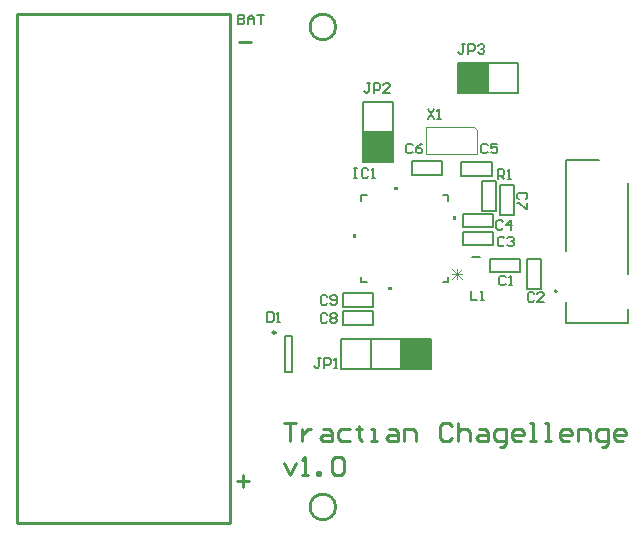
<source format=gto>
G04*
G04 #@! TF.GenerationSoftware,Altium Limited,Altium Designer,20.2.5 (213)*
G04*
G04 Layer_Color=65535*
%FSLAX44Y44*%
%MOMM*%
G71*
G04*
G04 #@! TF.SameCoordinates,6BA0CD60-F345-4307-9950-861CB7B1D5B9*
G04*
G04*
G04 #@! TF.FilePolarity,Positive*
G04*
G01*
G75*
%ADD10C,0.2540*%
%ADD11C,0.2500*%
%ADD12C,0.2000*%
%ADD13C,0.2032*%
%ADD14C,0.1270*%
%ADD15C,0.1000*%
%ADD16C,0.1524*%
%ADD17C,0.1540*%
%ADD18C,0.0762*%
%ADD19R,2.5303X2.5400*%
%ADD20R,2.5400X2.5303*%
%ADD21R,2.5303X2.5400*%
G36*
X320494Y207412D02*
X324304D01*
Y204872D01*
X320494D01*
Y207412D01*
D02*
G37*
G36*
X293751Y249155D02*
X291211D01*
Y252965D01*
X293751D01*
Y249155D01*
D02*
G37*
G36*
X325494Y289708D02*
X329304D01*
Y292248D01*
X325494D01*
Y289708D01*
D02*
G37*
G36*
X376047Y264155D02*
X378587D01*
Y267965D01*
X376047D01*
Y264155D01*
D02*
G37*
D10*
X276206Y427990D02*
G03*
X276206Y427990I-10776J0D01*
G01*
Y21590D02*
G03*
X276206Y21590I-10776J0D01*
G01*
X6350Y8255D02*
X186690D01*
X6350D02*
Y438785D01*
X186690D01*
Y8255D02*
Y438785D01*
X232410Y92952D02*
X242567D01*
X237488D01*
Y77716D01*
X247645Y87873D02*
Y77716D01*
Y82795D01*
X250184Y85334D01*
X252723Y87873D01*
X255263D01*
X265419D02*
X270498D01*
X273037Y85334D01*
Y77716D01*
X265419D01*
X262880Y80256D01*
X265419Y82795D01*
X273037D01*
X288272Y87873D02*
X280654D01*
X278115Y85334D01*
Y80256D01*
X280654Y77716D01*
X288272D01*
X295889Y90412D02*
Y87873D01*
X293350D01*
X298429D01*
X295889D01*
Y80256D01*
X298429Y77716D01*
X306046D02*
X311124D01*
X308585D01*
Y87873D01*
X306046D01*
X321281D02*
X326360D01*
X328899Y85334D01*
Y77716D01*
X321281D01*
X318742Y80256D01*
X321281Y82795D01*
X328899D01*
X333977Y77716D02*
Y87873D01*
X341595D01*
X344134Y85334D01*
Y77716D01*
X374604Y90412D02*
X372065Y92952D01*
X366987D01*
X364447Y90412D01*
Y80256D01*
X366987Y77716D01*
X372065D01*
X374604Y80256D01*
X379682Y92952D02*
Y77716D01*
Y85334D01*
X382221Y87873D01*
X387300D01*
X389839Y85334D01*
Y77716D01*
X397457Y87873D02*
X402535D01*
X405074Y85334D01*
Y77716D01*
X397457D01*
X394917Y80256D01*
X397457Y82795D01*
X405074D01*
X415231Y72638D02*
X417770D01*
X420309Y75177D01*
Y87873D01*
X412692D01*
X410153Y85334D01*
Y80256D01*
X412692Y77716D01*
X420309D01*
X433005D02*
X427927D01*
X425388Y80256D01*
Y85334D01*
X427927Y87873D01*
X433005D01*
X435544Y85334D01*
Y82795D01*
X425388D01*
X440623Y77716D02*
X445701D01*
X443162D01*
Y92952D01*
X440623D01*
X453318Y77716D02*
X458397D01*
X455858D01*
Y92952D01*
X453318D01*
X473632Y77716D02*
X468554D01*
X466014Y80256D01*
Y85334D01*
X468554Y87873D01*
X473632D01*
X476171Y85334D01*
Y82795D01*
X466014D01*
X481250Y77716D02*
Y87873D01*
X488867D01*
X491406Y85334D01*
Y77716D01*
X501563Y72638D02*
X504102D01*
X506641Y75177D01*
Y87873D01*
X499024D01*
X496485Y85334D01*
Y80256D01*
X499024Y77716D01*
X506641D01*
X519337D02*
X514259D01*
X511720Y80256D01*
Y85334D01*
X514259Y87873D01*
X519337D01*
X521876Y85334D01*
Y82795D01*
X511720D01*
X232410Y58417D02*
X237488Y48260D01*
X242567Y58417D01*
X247645Y48260D02*
X252723D01*
X250184D01*
Y63495D01*
X247645Y60956D01*
X260341Y48260D02*
Y50799D01*
X262880D01*
Y48260D01*
X260341D01*
X273037Y60956D02*
X275576Y63495D01*
X280654D01*
X283194Y60956D01*
Y50799D01*
X280654Y48260D01*
X275576D01*
X273037Y50799D01*
Y60956D01*
X193040Y43178D02*
X203197D01*
X198118Y48257D02*
Y38100D01*
X194310Y415290D02*
X204467D01*
D11*
X225470Y169130D02*
G03*
X225470Y169130I-1250J0D01*
G01*
D12*
X463590Y204060D02*
G03*
X463590Y204060I-1000J0D01*
G01*
X239220Y136130D02*
Y166130D01*
X233220Y136130D02*
Y166130D01*
Y136130D02*
X239220D01*
X233220Y166130D02*
X239220D01*
X391470Y233060D02*
X398470D01*
D13*
X280670Y138430D02*
Y163830D01*
Y138430D02*
Y163830D01*
X331470Y138430D02*
Y163830D01*
X306070Y138430D02*
Y163830D01*
X280670Y163830D02*
X356870Y163830D01*
X280670Y138430D02*
X356870Y138430D01*
X356870Y163830D02*
X356870Y138430D01*
X325120Y313690D02*
Y364490D01*
X299720Y313690D02*
Y364490D01*
Y313690D02*
X325120Y313690D01*
X299720Y364490D02*
X325120D01*
X299720Y339090D02*
X325120D01*
X379730Y372110D02*
X430530D01*
X379730Y397510D02*
X430530D01*
X379730D02*
X379730Y372110D01*
X430530Y372110D02*
Y397510D01*
X405130Y372110D02*
Y397510D01*
D14*
X409702Y243078D02*
Y254762D01*
X384048Y243078D02*
Y254762D01*
X409702D01*
X384048Y243078D02*
X409702D01*
Y258318D02*
Y270002D01*
X384048Y258318D02*
Y270002D01*
X409702D01*
X384048Y258318D02*
X409702D01*
X432562Y220218D02*
Y231902D01*
X406908Y220218D02*
Y231902D01*
X432562D01*
X406908Y220218D02*
X432562D01*
X282448Y202692D02*
X308102D01*
X282448Y191008D02*
X308102D01*
Y202692D01*
X282448Y191008D02*
Y202692D01*
Y187452D02*
X308102D01*
X282448Y175768D02*
X308102D01*
Y187452D01*
X282448Y175768D02*
Y187452D01*
X408432Y302118D02*
Y313802D01*
X382778Y302118D02*
Y313802D01*
X408432D01*
X382778Y302118D02*
X408432D01*
X340868Y302768D02*
Y314452D01*
X366522Y302768D02*
Y314452D01*
X340868Y302768D02*
X366522D01*
X340868Y314452D02*
X366522D01*
X400558Y297942D02*
X412242D01*
X400558Y272288D02*
X412242D01*
X400558D02*
Y297942D01*
X412242Y272288D02*
Y297942D01*
X415798Y294132D02*
X427482D01*
X415798Y268478D02*
X427482D01*
X415798D02*
Y294132D01*
X427482Y268478D02*
Y294132D01*
X471290Y177560D02*
X523590D01*
Y218510D02*
Y295610D01*
X471290Y238560D02*
Y315060D01*
X498890D01*
X523590Y177560D02*
Y189610D01*
X471290Y177560D02*
Y194860D01*
X438658Y206248D02*
Y231902D01*
X450342Y206248D02*
Y231902D01*
X438658D02*
X450342D01*
X438658Y206248D02*
X450342D01*
D15*
X396240Y320040D02*
Y340360D01*
X393700Y342900D02*
X396240Y340360D01*
X353060Y342900D02*
X393700D01*
X353060Y320040D02*
Y342900D01*
Y320040D02*
X396240D01*
D16*
X298069Y211730D02*
Y216463D01*
Y285390D02*
X302802D01*
X371729Y280658D02*
Y285390D01*
Y211730D02*
Y216463D01*
X298069Y211730D02*
X302802D01*
X298069Y280658D02*
Y285390D01*
X366996D02*
X371729D01*
X366996Y211730D02*
X371729D01*
D17*
X193487Y438459D02*
Y430221D01*
X197606D01*
X198979Y431594D01*
Y432967D01*
X197606Y434340D01*
X193487D01*
X197606D01*
X198979Y435713D01*
Y437086D01*
X197606Y438459D01*
X193487D01*
X201724Y430221D02*
Y435713D01*
X204470Y438459D01*
X207216Y435713D01*
Y430221D01*
Y434340D01*
X201724D01*
X209962Y438459D02*
X215453D01*
X212707D01*
Y430221D01*
X263851Y147629D02*
X261106D01*
X262479D01*
Y140764D01*
X261106Y139391D01*
X259733D01*
X258360Y140764D01*
X266597Y139391D02*
Y147629D01*
X270716D01*
X272089Y146256D01*
Y143510D01*
X270716Y142137D01*
X266597D01*
X274834Y139391D02*
X277580D01*
X276207D01*
Y147629D01*
X274834Y146256D01*
X418997Y249126D02*
X417624Y250499D01*
X414879D01*
X413506Y249126D01*
Y243634D01*
X414879Y242261D01*
X417624D01*
X418997Y243634D01*
X421743Y249126D02*
X423116Y250499D01*
X425862D01*
X427234Y249126D01*
Y247753D01*
X425862Y246380D01*
X424489D01*
X425862D01*
X427234Y245007D01*
Y243634D01*
X425862Y242261D01*
X423116D01*
X421743Y243634D01*
X417727Y263096D02*
X416354Y264469D01*
X413609D01*
X412236Y263096D01*
Y257604D01*
X413609Y256231D01*
X416354D01*
X417727Y257604D01*
X424592Y256231D02*
Y264469D01*
X420473Y260350D01*
X425965D01*
X420370Y216106D02*
X418997Y217479D01*
X416251D01*
X414879Y216106D01*
Y210614D01*
X416251Y209241D01*
X418997D01*
X420370Y210614D01*
X423116Y209241D02*
X425862D01*
X424489D01*
Y217479D01*
X423116Y216106D01*
X269137Y199596D02*
X267764Y200969D01*
X265019D01*
X263646Y199596D01*
Y194104D01*
X265019Y192731D01*
X267764D01*
X269137Y194104D01*
X271883D02*
X273256Y192731D01*
X276002D01*
X277374Y194104D01*
Y199596D01*
X276002Y200969D01*
X273256D01*
X271883Y199596D01*
Y198223D01*
X273256Y196850D01*
X277374D01*
X269137Y184356D02*
X267764Y185729D01*
X265019D01*
X263646Y184356D01*
Y178864D01*
X265019Y177491D01*
X267764D01*
X269137Y178864D01*
X271883Y184356D02*
X273256Y185729D01*
X276002D01*
X277374Y184356D01*
Y182983D01*
X276002Y181610D01*
X277374Y180237D01*
Y178864D01*
X276002Y177491D01*
X273256D01*
X271883Y178864D01*
Y180237D01*
X273256Y181610D01*
X271883Y182983D01*
Y184356D01*
X273256Y181610D02*
X276002D01*
X405027Y327866D02*
X403654Y329239D01*
X400909D01*
X399536Y327866D01*
Y322374D01*
X400909Y321001D01*
X403654D01*
X405027Y322374D01*
X413265Y329239D02*
X407773D01*
Y325120D01*
X410519Y326493D01*
X411892D01*
X413265Y325120D01*
Y322374D01*
X411892Y321001D01*
X409146D01*
X407773Y322374D01*
X341527Y327866D02*
X340154Y329239D01*
X337408D01*
X336036Y327866D01*
Y322374D01*
X337408Y321001D01*
X340154D01*
X341527Y322374D01*
X349765Y329239D02*
X347019Y327866D01*
X344273Y325120D01*
Y322374D01*
X345646Y321001D01*
X348392D01*
X349765Y322374D01*
Y323747D01*
X348392Y325120D01*
X344273D01*
X413609Y299411D02*
Y307649D01*
X417727D01*
X419100Y306276D01*
Y303530D01*
X417727Y302157D01*
X413609D01*
X416354D02*
X419100Y299411D01*
X421846D02*
X424592D01*
X423219D01*
Y307649D01*
X421846Y306276D01*
X437086Y282043D02*
X438459Y283416D01*
Y286162D01*
X437086Y287535D01*
X431594D01*
X430221Y286162D01*
Y283416D01*
X431594Y282043D01*
X438459Y279297D02*
Y273806D01*
X437086D01*
X431594Y279297D01*
X430221D01*
X385730Y413367D02*
X382984D01*
X384357D01*
Y406503D01*
X382984Y405130D01*
X381611D01*
X380238Y406503D01*
X388475Y405130D02*
Y413367D01*
X392594D01*
X393967Y411995D01*
Y409249D01*
X392594Y407876D01*
X388475D01*
X396713Y411995D02*
X398086Y413367D01*
X400831D01*
X402204Y411995D01*
Y410622D01*
X400831Y409249D01*
X399458D01*
X400831D01*
X402204Y407876D01*
Y406503D01*
X400831Y405130D01*
X398086D01*
X396713Y406503D01*
X305720Y380347D02*
X302974D01*
X304347D01*
Y373483D01*
X302974Y372110D01*
X301601D01*
X300228Y373483D01*
X308465Y372110D02*
Y380347D01*
X312584D01*
X313957Y378974D01*
Y376229D01*
X312584Y374856D01*
X308465D01*
X322194Y372110D02*
X316703D01*
X322194Y377602D01*
Y378974D01*
X320821Y380347D01*
X318076D01*
X316703Y378974D01*
X218186Y186545D02*
Y178308D01*
X222305D01*
X223678Y179681D01*
Y185173D01*
X222305Y186545D01*
X218186D01*
X226423Y178308D02*
X229169D01*
X227796D01*
Y186545D01*
X226423Y185173D01*
X354076Y358249D02*
X359568Y350012D01*
Y358249D02*
X354076Y350012D01*
X362313D02*
X365059D01*
X363686D01*
Y358249D01*
X362313Y356876D01*
X291592Y308465D02*
X294338D01*
X292965D01*
Y300228D01*
X291592D01*
X294338D01*
X303948Y307092D02*
X302575Y308465D01*
X299829D01*
X298456Y307092D01*
Y301601D01*
X299829Y300228D01*
X302575D01*
X303948Y301601D01*
X306694Y300228D02*
X309440D01*
X308067D01*
Y308465D01*
X306694Y307092D01*
X390748Y204779D02*
Y196541D01*
X396240D01*
X398986D02*
X401732D01*
X400359D01*
Y204779D01*
X398986Y203406D01*
X444397Y202136D02*
X443024Y203509D01*
X440279D01*
X438906Y202136D01*
Y196644D01*
X440279Y195271D01*
X443024D01*
X444397Y196644D01*
X452635Y195271D02*
X447143D01*
X452635Y200763D01*
Y202136D01*
X451262Y203509D01*
X448516D01*
X447143Y202136D01*
D18*
X383032Y214330D02*
X374568Y222794D01*
X383032D02*
X374568Y214330D01*
X383032Y218562D02*
X374568D01*
X378800Y222794D02*
Y214330D01*
D19*
X344218Y151130D02*
D03*
D20*
X312420Y326342D02*
D03*
D21*
X392382Y384810D02*
D03*
M02*

</source>
